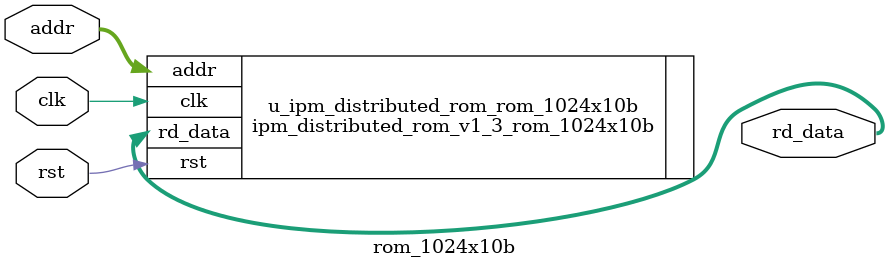
<source format=v>


`timescale 1 ns / 1 ps
module rom_1024x10b
    (
     addr        ,
     rst         ,
     clk         ,
     rd_data
    );

    localparam ADDR_WIDTH = 10 ; //@IPC int 4,10

    localparam DATA_WIDTH = 10 ; //@IPC int 1,256

    localparam RST_TYPE = "ASYNC" ; //@IPC enum ASYNC,SYNC

    localparam OUT_REG = 0 ; //@IPC bool

    localparam INIT_ENABLE = 1 ; //@IPC bool

    localparam INIT_FILE = "rom_1024x10b_rom_1024x10b.dat" ; //@IPC string

    localparam FILE_FORMAT = "HEX" ; //@IPC enum BIN,HEX


     output   wire  [DATA_WIDTH-1:0]       rd_data ;
     input    wire  [ADDR_WIDTH-1:0]       addr    ;
     input                                 clk     ;
     input                                 rst     ;

ipm_distributed_rom_v1_3_rom_1024x10b
   #(
     .ADDR_WIDTH    (ADDR_WIDTH     ), //address width   range:4-10
     .DATA_WIDTH    (DATA_WIDTH     ), //data width      range:4-256
     .RST_TYPE      (RST_TYPE       ), //reset type   "ASYNC_RESET" "SYNC_RESET"
     .OUT_REG       (OUT_REG        ), //output options :non_register(0)  register(1)
     .INIT_FILE     (INIT_FILE      ), //legal value:"NONE" or "initial file name"
     .FILE_FORMAT   (FILE_FORMAT    )  //initial data format : "bin" or "hex"
    )u_ipm_distributed_rom_rom_1024x10b
    (
     .rd_data       (rd_data        ),
     .addr          (addr           ),
     .clk           (clk            ),
     .rst           (rst            )

    );
endmodule

</source>
